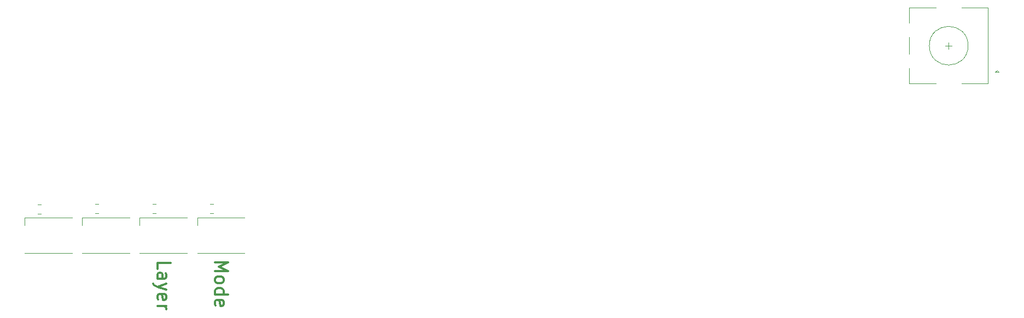
<source format=gto>
G04 #@! TF.GenerationSoftware,KiCad,Pcbnew,(5.1.6)-1*
G04 #@! TF.CreationDate,2020-07-24T22:58:27+03:00*
G04 #@! TF.ProjectId,ergo33,6572676f-3333-42e6-9b69-6361645f7063,rev?*
G04 #@! TF.SameCoordinates,Original*
G04 #@! TF.FileFunction,Legend,Top*
G04 #@! TF.FilePolarity,Positive*
%FSLAX46Y46*%
G04 Gerber Fmt 4.6, Leading zero omitted, Abs format (unit mm)*
G04 Created by KiCad (PCBNEW (5.1.6)-1) date 2020-07-24 22:58:27*
%MOMM*%
%LPD*%
G01*
G04 APERTURE LIST*
%ADD10C,0.300000*%
%ADD11C,0.120000*%
%ADD12C,0.887400*%
%ADD13R,1.600000X1.100000*%
%ADD14C,2.300000*%
%ADD15O,1.800000X1.800000*%
%ADD16R,1.800000X1.800000*%
%ADD17C,3.600000*%
%ADD18C,0.750000*%
%ADD19O,1.100000X2.200000*%
%ADD20O,1.100000X1.700000*%
%ADD21C,3.100000*%
%ADD22C,4.087800*%
%ADD23C,1.850000*%
%ADD24C,2.100000*%
%ADD25R,3.300000X2.100000*%
%ADD26R,2.100000X2.100000*%
G04 APERTURE END LIST*
D10*
X55205238Y-129446190D02*
X55205238Y-128493809D01*
X57205238Y-128493809D01*
X55205238Y-130970000D02*
X56252857Y-130970000D01*
X56443333Y-130874761D01*
X56538571Y-130684285D01*
X56538571Y-130303333D01*
X56443333Y-130112857D01*
X55300476Y-130970000D02*
X55205238Y-130779523D01*
X55205238Y-130303333D01*
X55300476Y-130112857D01*
X55490952Y-130017619D01*
X55681428Y-130017619D01*
X55871904Y-130112857D01*
X55967142Y-130303333D01*
X55967142Y-130779523D01*
X56062380Y-130970000D01*
X56538571Y-131731904D02*
X55205238Y-132208095D01*
X56538571Y-132684285D02*
X55205238Y-132208095D01*
X54729047Y-132017619D01*
X54633809Y-131922380D01*
X54538571Y-131731904D01*
X55300476Y-134208095D02*
X55205238Y-134017619D01*
X55205238Y-133636666D01*
X55300476Y-133446190D01*
X55490952Y-133350952D01*
X56252857Y-133350952D01*
X56443333Y-133446190D01*
X56538571Y-133636666D01*
X56538571Y-134017619D01*
X56443333Y-134208095D01*
X56252857Y-134303333D01*
X56062380Y-134303333D01*
X55871904Y-133350952D01*
X55205238Y-135160476D02*
X56538571Y-135160476D01*
X56157619Y-135160476D02*
X56348095Y-135255714D01*
X56443333Y-135350952D01*
X56538571Y-135541428D01*
X56538571Y-135731904D01*
X64105238Y-128436666D02*
X66105238Y-128436666D01*
X64676666Y-129103333D01*
X66105238Y-129770000D01*
X64105238Y-129770000D01*
X64105238Y-131008095D02*
X64200476Y-130817619D01*
X64295714Y-130722380D01*
X64486190Y-130627142D01*
X65057619Y-130627142D01*
X65248095Y-130722380D01*
X65343333Y-130817619D01*
X65438571Y-131008095D01*
X65438571Y-131293809D01*
X65343333Y-131484285D01*
X65248095Y-131579523D01*
X65057619Y-131674761D01*
X64486190Y-131674761D01*
X64295714Y-131579523D01*
X64200476Y-131484285D01*
X64105238Y-131293809D01*
X64105238Y-131008095D01*
X64105238Y-133389047D02*
X66105238Y-133389047D01*
X64200476Y-133389047D02*
X64105238Y-133198571D01*
X64105238Y-132817619D01*
X64200476Y-132627142D01*
X64295714Y-132531904D01*
X64486190Y-132436666D01*
X65057619Y-132436666D01*
X65248095Y-132531904D01*
X65343333Y-132627142D01*
X65438571Y-132817619D01*
X65438571Y-133198571D01*
X65343333Y-133389047D01*
X64200476Y-135103333D02*
X64105238Y-134912857D01*
X64105238Y-134531904D01*
X64200476Y-134341428D01*
X64390952Y-134246190D01*
X65152857Y-134246190D01*
X65343333Y-134341428D01*
X65438571Y-134531904D01*
X65438571Y-134912857D01*
X65343333Y-135103333D01*
X65152857Y-135198571D01*
X64962380Y-135198571D01*
X64771904Y-134246190D01*
D11*
X41960000Y-127020000D02*
X34660000Y-127020000D01*
X41960000Y-121520000D02*
X34660000Y-121520000D01*
X34660000Y-121520000D02*
X34660000Y-122670000D01*
X43550000Y-121520000D02*
X43550000Y-122670000D01*
X50850000Y-121520000D02*
X43550000Y-121520000D01*
X50850000Y-127020000D02*
X43550000Y-127020000D01*
X52450000Y-121520000D02*
X52450000Y-122670000D01*
X59750000Y-121520000D02*
X52450000Y-121520000D01*
X59750000Y-127020000D02*
X52450000Y-127020000D01*
X61350000Y-121520000D02*
X61350000Y-122670000D01*
X68650000Y-121520000D02*
X61350000Y-121520000D01*
X68650000Y-127020000D02*
X61350000Y-127020000D01*
X63861252Y-119360000D02*
X63338748Y-119360000D01*
X63861252Y-120780000D02*
X63338748Y-120780000D01*
X54961252Y-119360000D02*
X54438748Y-119360000D01*
X54961252Y-120780000D02*
X54438748Y-120780000D01*
X46071252Y-119360000D02*
X45548748Y-119360000D01*
X46071252Y-120780000D02*
X45548748Y-120780000D01*
X37161252Y-120880000D02*
X36638748Y-120880000D01*
X37161252Y-119460000D02*
X36638748Y-119460000D01*
X178167500Y-94791250D02*
X177167500Y-94791250D01*
X177667500Y-95291250D02*
X177667500Y-94291250D01*
X171567500Y-91291250D02*
X171567500Y-88891250D01*
X171567500Y-96091250D02*
X171567500Y-93491250D01*
X171567500Y-100691250D02*
X171567500Y-98291250D01*
X184867500Y-98891250D02*
X185167500Y-98591250D01*
X185467500Y-98891250D02*
X184867500Y-98891250D01*
X185167500Y-98591250D02*
X185467500Y-98891250D01*
X183767500Y-100691250D02*
X183767500Y-88891250D01*
X179667500Y-100691250D02*
X183767500Y-100691250D01*
X179667500Y-88891250D02*
X183767500Y-88891250D01*
X171567500Y-88891250D02*
X175667500Y-88891250D01*
X175667500Y-100691250D02*
X171567500Y-100691250D01*
X180667500Y-94791250D02*
G75*
G03*
X180667500Y-94791250I-3000000J0D01*
G01*
%LPC*%
D12*
X56200000Y-114446000D03*
X57470000Y-114446000D03*
X58740000Y-114446000D03*
X54930000Y-114446000D03*
X53660000Y-114446000D03*
X56200000Y-116400000D03*
X57470000Y-116400000D03*
X58740000Y-116400000D03*
X54930000Y-116400000D03*
X53660000Y-116400000D03*
X31800000Y-114446000D03*
X33070000Y-114446000D03*
X34340000Y-114446000D03*
X30530000Y-114446000D03*
X29260000Y-114446000D03*
X29260000Y-116400000D03*
X30530000Y-116400000D03*
X34340000Y-116400000D03*
X33070000Y-116400000D03*
X31800000Y-116400000D03*
D13*
X35860000Y-122670000D03*
X35860000Y-125870000D03*
X40760000Y-122670000D03*
X40760000Y-125870000D03*
X49650000Y-125870000D03*
X49650000Y-122670000D03*
X44750000Y-125870000D03*
X44750000Y-122670000D03*
X58550000Y-125870000D03*
X58550000Y-122670000D03*
X53650000Y-125870000D03*
X53650000Y-122670000D03*
D14*
X27100000Y-137250000D03*
X27100000Y-120100000D03*
D13*
X67450000Y-125870000D03*
X67450000Y-122670000D03*
X62550000Y-125870000D03*
X62550000Y-122670000D03*
D15*
X27110000Y-131200000D03*
X27110000Y-128660000D03*
D16*
X27110000Y-126120000D03*
G36*
G01*
X63200000Y-119591738D02*
X63200000Y-120548262D01*
G75*
G02*
X62928262Y-120820000I-271738J0D01*
G01*
X62221738Y-120820000D01*
G75*
G02*
X61950000Y-120548262I0J271738D01*
G01*
X61950000Y-119591738D01*
G75*
G02*
X62221738Y-119320000I271738J0D01*
G01*
X62928262Y-119320000D01*
G75*
G02*
X63200000Y-119591738I0J-271738D01*
G01*
G37*
G36*
G01*
X65250000Y-119591738D02*
X65250000Y-120548262D01*
G75*
G02*
X64978262Y-120820000I-271738J0D01*
G01*
X64271738Y-120820000D01*
G75*
G02*
X64000000Y-120548262I0J271738D01*
G01*
X64000000Y-119591738D01*
G75*
G02*
X64271738Y-119320000I271738J0D01*
G01*
X64978262Y-119320000D01*
G75*
G02*
X65250000Y-119591738I0J-271738D01*
G01*
G37*
G36*
G01*
X54300000Y-119591738D02*
X54300000Y-120548262D01*
G75*
G02*
X54028262Y-120820000I-271738J0D01*
G01*
X53321738Y-120820000D01*
G75*
G02*
X53050000Y-120548262I0J271738D01*
G01*
X53050000Y-119591738D01*
G75*
G02*
X53321738Y-119320000I271738J0D01*
G01*
X54028262Y-119320000D01*
G75*
G02*
X54300000Y-119591738I0J-271738D01*
G01*
G37*
G36*
G01*
X56350000Y-119591738D02*
X56350000Y-120548262D01*
G75*
G02*
X56078262Y-120820000I-271738J0D01*
G01*
X55371738Y-120820000D01*
G75*
G02*
X55100000Y-120548262I0J271738D01*
G01*
X55100000Y-119591738D01*
G75*
G02*
X55371738Y-119320000I271738J0D01*
G01*
X56078262Y-119320000D01*
G75*
G02*
X56350000Y-119591738I0J-271738D01*
G01*
G37*
G36*
G01*
X45410000Y-119591738D02*
X45410000Y-120548262D01*
G75*
G02*
X45138262Y-120820000I-271738J0D01*
G01*
X44431738Y-120820000D01*
G75*
G02*
X44160000Y-120548262I0J271738D01*
G01*
X44160000Y-119591738D01*
G75*
G02*
X44431738Y-119320000I271738J0D01*
G01*
X45138262Y-119320000D01*
G75*
G02*
X45410000Y-119591738I0J-271738D01*
G01*
G37*
G36*
G01*
X47460000Y-119591738D02*
X47460000Y-120548262D01*
G75*
G02*
X47188262Y-120820000I-271738J0D01*
G01*
X46481738Y-120820000D01*
G75*
G02*
X46210000Y-120548262I0J271738D01*
G01*
X46210000Y-119591738D01*
G75*
G02*
X46481738Y-119320000I271738J0D01*
G01*
X47188262Y-119320000D01*
G75*
G02*
X47460000Y-119591738I0J-271738D01*
G01*
G37*
G36*
G01*
X38550000Y-119691738D02*
X38550000Y-120648262D01*
G75*
G02*
X38278262Y-120920000I-271738J0D01*
G01*
X37571738Y-120920000D01*
G75*
G02*
X37300000Y-120648262I0J271738D01*
G01*
X37300000Y-119691738D01*
G75*
G02*
X37571738Y-119420000I271738J0D01*
G01*
X38278262Y-119420000D01*
G75*
G02*
X38550000Y-119691738I0J-271738D01*
G01*
G37*
G36*
G01*
X36500000Y-119691738D02*
X36500000Y-120648262D01*
G75*
G02*
X36228262Y-120920000I-271738J0D01*
G01*
X35521738Y-120920000D01*
G75*
G02*
X35250000Y-120648262I0J271738D01*
G01*
X35250000Y-119691738D01*
G75*
G02*
X35521738Y-119420000I271738J0D01*
G01*
X36228262Y-119420000D01*
G75*
G02*
X36500000Y-119691738I0J-271738D01*
G01*
G37*
D17*
X159800000Y-32800000D03*
X126100000Y-67400000D03*
X101600000Y-26000000D03*
X66700000Y-24000000D03*
X69200000Y-64300000D03*
X31100000Y-37800000D03*
X31050000Y-94950000D03*
X66700000Y-110400000D03*
X104200000Y-120500000D03*
X173900000Y-120000000D03*
X192250000Y-94790000D03*
X187600000Y-33700000D03*
D18*
X176144999Y-32950000D03*
X170364999Y-32950000D03*
D19*
X168934999Y-33480000D03*
X177574999Y-33480000D03*
D20*
X168934999Y-29300000D03*
X177574999Y-29300000D03*
D21*
X150177500Y-51607500D03*
D22*
X147637500Y-56687500D03*
D21*
X143827500Y-54147500D03*
D23*
X142557500Y-56687500D03*
X152717500Y-56687500D03*
D21*
X54927500Y-42257500D03*
D22*
X52387500Y-47337500D03*
D21*
X48577500Y-44797500D03*
D23*
X47307500Y-47337500D03*
X57467500Y-47337500D03*
D21*
X112077500Y-49457500D03*
D22*
X109537500Y-54537500D03*
D21*
X105727500Y-51997500D03*
D23*
X104457500Y-54537500D03*
X114617500Y-54537500D03*
D21*
X73977500Y-68507500D03*
D22*
X71437500Y-73587500D03*
D21*
X67627500Y-71047500D03*
D23*
X66357500Y-73587500D03*
X76517500Y-73587500D03*
D24*
X170667500Y-92291250D03*
X170667500Y-97291250D03*
D25*
X177667500Y-89191250D03*
X177667500Y-100391250D03*
D24*
X185167500Y-92291250D03*
X185167500Y-94791250D03*
D26*
X185167500Y-97291250D03*
D21*
X161752002Y-120069247D03*
D22*
X157983750Y-124318750D03*
D21*
X154960973Y-120879198D03*
D23*
X153076847Y-123003949D03*
X162890653Y-125633551D03*
D21*
X143352002Y-115137997D03*
D22*
X139583750Y-119387500D03*
D21*
X136560973Y-115947948D03*
D23*
X134676847Y-118072699D03*
X144490653Y-120702301D03*
D21*
X122446044Y-114225743D03*
D22*
X119062500Y-118787500D03*
D21*
X115751449Y-115624489D03*
D23*
X114059677Y-117905367D03*
X124065323Y-119669633D03*
D21*
X54927500Y-99407500D03*
D22*
X52387500Y-104487500D03*
D21*
X48577500Y-101947500D03*
D23*
X47307500Y-104487500D03*
X57467500Y-104487500D03*
D21*
X35877500Y-99407500D03*
D22*
X33337500Y-104487500D03*
D21*
X29527500Y-101947500D03*
D23*
X28257500Y-104487500D03*
X38417500Y-104487500D03*
D21*
X150177500Y-89707500D03*
D22*
X147637500Y-94787500D03*
D21*
X143827500Y-92247500D03*
D23*
X142557500Y-94787500D03*
X152717500Y-94787500D03*
D21*
X131127500Y-89707500D03*
D22*
X128587500Y-94787500D03*
D21*
X124777500Y-92247500D03*
D23*
X123507500Y-94787500D03*
X133667500Y-94787500D03*
D21*
X112077500Y-87557500D03*
D22*
X109537500Y-92637500D03*
D21*
X105727500Y-90097500D03*
D23*
X104457500Y-92637500D03*
X114617500Y-92637500D03*
D21*
X93027500Y-85407500D03*
D22*
X90487500Y-90487500D03*
D21*
X86677500Y-87947500D03*
D23*
X85407500Y-90487500D03*
X95567500Y-90487500D03*
D21*
X73977500Y-87557500D03*
D22*
X71437500Y-92637500D03*
D21*
X67627500Y-90097500D03*
D23*
X66357500Y-92637500D03*
X76517500Y-92637500D03*
D21*
X54927500Y-80357500D03*
D22*
X52387500Y-85437500D03*
D21*
X48577500Y-82897500D03*
D23*
X47307500Y-85437500D03*
X57467500Y-85437500D03*
D21*
X35877500Y-80357500D03*
D22*
X33337500Y-85437500D03*
D21*
X29527500Y-82897500D03*
D23*
X28257500Y-85437500D03*
X38417500Y-85437500D03*
D21*
X150177500Y-70657500D03*
D22*
X147637500Y-75737500D03*
D21*
X143827500Y-73197500D03*
D23*
X142557500Y-75737500D03*
X152717500Y-75737500D03*
D21*
X131127500Y-70657500D03*
D22*
X128587500Y-75737500D03*
D21*
X124777500Y-73197500D03*
D23*
X123507500Y-75737500D03*
X133667500Y-75737500D03*
D21*
X112077500Y-68507500D03*
D22*
X109537500Y-73587500D03*
D21*
X105727500Y-71047500D03*
D23*
X104457500Y-73587500D03*
X114617500Y-73587500D03*
D21*
X93027500Y-66357500D03*
D22*
X90487500Y-71437500D03*
D21*
X86677500Y-68897500D03*
D23*
X85407500Y-71437500D03*
X95567500Y-71437500D03*
D21*
X54927500Y-61307500D03*
D22*
X52387500Y-66387500D03*
D21*
X48577500Y-63847500D03*
D23*
X47307500Y-66387500D03*
X57467500Y-66387500D03*
D21*
X35877500Y-61307500D03*
D22*
X33337500Y-66387500D03*
D21*
X29527500Y-63847500D03*
D23*
X28257500Y-66387500D03*
X38417500Y-66387500D03*
D21*
X131127500Y-51607500D03*
D22*
X128587500Y-56687500D03*
D21*
X124777500Y-54147500D03*
D23*
X123507500Y-56687500D03*
X133667500Y-56687500D03*
D21*
X93027500Y-47307500D03*
D22*
X90487500Y-52387500D03*
D21*
X86677500Y-49847500D03*
D23*
X85407500Y-52387500D03*
X95567500Y-52387500D03*
D21*
X73977500Y-49457500D03*
D22*
X71437500Y-54537500D03*
D21*
X67627500Y-51997500D03*
D23*
X66357500Y-54537500D03*
X76517500Y-54537500D03*
D21*
X35877500Y-42257500D03*
D22*
X33337500Y-47337500D03*
D21*
X29527500Y-44797500D03*
D23*
X28257500Y-47337500D03*
X38417500Y-47337500D03*
D21*
X150177500Y-32557500D03*
D22*
X147637500Y-37637500D03*
D21*
X143827500Y-35097500D03*
D23*
X142557500Y-37637500D03*
X152717500Y-37637500D03*
D21*
X131127500Y-32557500D03*
D22*
X128587500Y-37637500D03*
D21*
X124777500Y-35097500D03*
D23*
X123507500Y-37637500D03*
X133667500Y-37637500D03*
D21*
X112077500Y-30407500D03*
D22*
X109537500Y-35487500D03*
D21*
X105727500Y-32947500D03*
D23*
X104457500Y-35487500D03*
X114617500Y-35487500D03*
D21*
X93027500Y-28257500D03*
D22*
X90487500Y-33337500D03*
D21*
X86677500Y-30797500D03*
D23*
X85407500Y-33337500D03*
X95567500Y-33337500D03*
D21*
X73977500Y-30407500D03*
D22*
X71437500Y-35487500D03*
D21*
X67627500Y-32947500D03*
D23*
X66357500Y-35487500D03*
X76517500Y-35487500D03*
D21*
X54927500Y-23207500D03*
D22*
X52387500Y-28287500D03*
D21*
X48577500Y-25747500D03*
D23*
X47307500Y-28287500D03*
X57467500Y-28287500D03*
D21*
X35877500Y-23207500D03*
D22*
X33337500Y-28287500D03*
D21*
X29527500Y-25747500D03*
D23*
X28257500Y-28287500D03*
X38417500Y-28287500D03*
D16*
X175142500Y-80900000D03*
D15*
X177682500Y-80900000D03*
X180222500Y-80900000D03*
M02*

</source>
